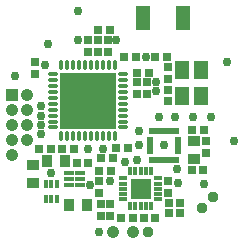
<source format=gts>
%FSAX44Y44*%
%MOMM*%
G71*
G01*
G75*
G04 Layer_Color=8388736*
%ADD10R,0.5000X0.6000*%
%ADD11R,0.6000X0.5000*%
%ADD12R,0.7000X0.9000*%
%ADD13R,0.3000X0.6000*%
%ADD14R,1.5500X1.5500*%
%ADD15R,0.6500X0.2000*%
%ADD16R,0.2000X0.6500*%
%ADD17R,0.9000X0.7000*%
%ADD18O,0.8000X0.2000*%
%ADD19O,0.2000X0.8000*%
%ADD20R,4.6000X4.6000*%
%ADD21R,1.0000X2.0000*%
%ADD22R,0.7112X0.2286*%
%ADD23R,1.1500X1.4000*%
%ADD24R,0.4500X0.3500*%
%ADD25R,0.3500X0.4500*%
%ADD26C,0.1500*%
%ADD27C,0.3000*%
%ADD28C,0.5000*%
%ADD29C,0.2000*%
%ADD30C,0.9000*%
%ADD31C,0.6000*%
%ADD32C,0.8000*%
%ADD33R,0.9000X0.9000*%
%ADD34C,0.2500*%
%ADD35C,0.1250*%
%ADD36R,0.6500X0.7500*%
%ADD37R,0.7500X0.6500*%
%ADD38R,0.8500X1.0500*%
%ADD39R,0.4500X0.7500*%
%ADD40R,1.7000X1.7000*%
%ADD41R,0.8000X0.3500*%
%ADD42R,0.3500X0.8000*%
%ADD43R,1.0500X0.8500*%
%ADD44O,0.9500X0.3500*%
%ADD45O,0.3500X0.9500*%
%ADD46R,4.7500X4.7500*%
%ADD47R,1.1500X2.1500*%
%ADD48R,0.9144X0.4318*%
%ADD49R,1.3000X1.5500*%
%ADD50R,0.6000X0.5000*%
%ADD51R,0.5000X0.6000*%
%ADD52C,1.0500*%
%ADD53C,0.7500*%
%ADD54C,0.9500*%
%ADD55R,1.0500X1.0500*%
D36*
X02927618Y02472028D02*
D03*
Y02462028D02*
D03*
X02986618Y02558278D02*
D03*
Y02568278D02*
D03*
X02960118Y02555528D02*
D03*
Y02545528D02*
D03*
X02929368Y02442278D02*
D03*
X02929368Y02452278D02*
D03*
X02935118Y02581028D02*
D03*
Y02591028D02*
D03*
X02926868Y02591028D02*
D03*
Y02581028D02*
D03*
X02937618Y02442278D02*
D03*
X02937618Y02452278D02*
D03*
X02986618Y02549278D02*
D03*
Y02539278D02*
D03*
X02968368Y02545528D02*
D03*
Y02555528D02*
D03*
X02918618Y02581028D02*
D03*
Y02591028D02*
D03*
X02873868Y02562528D02*
D03*
Y02572528D02*
D03*
X02986368Y02472028D02*
D03*
Y02462028D02*
D03*
X03018368Y02506028D02*
D03*
Y02496028D02*
D03*
D37*
X02908868Y02487278D02*
D03*
X02918868D02*
D03*
X02985618Y02576778D02*
D03*
X02975618D02*
D03*
X02996868Y02453278D02*
D03*
X02986868Y02453278D02*
D03*
X02996868Y02445028D02*
D03*
X02986868Y02445028D02*
D03*
X02936868Y02599778D02*
D03*
X02926868D02*
D03*
X03016368Y02481278D02*
D03*
X03006368D02*
D03*
X02929868Y02491028D02*
D03*
X02939868D02*
D03*
X02946618Y02440278D02*
D03*
X02956618D02*
D03*
X02938118Y02480778D02*
D03*
X02928118D02*
D03*
X02952618Y02499778D02*
D03*
X02942618D02*
D03*
X02959118Y02576778D02*
D03*
X02949118D02*
D03*
X02975618Y02440278D02*
D03*
X02965618D02*
D03*
X02887368Y02499278D02*
D03*
X02877368D02*
D03*
X02960118Y02563778D02*
D03*
X02970118D02*
D03*
X02906618Y02499278D02*
D03*
X02896618D02*
D03*
X03006618Y02514778D02*
D03*
X03016618D02*
D03*
D38*
X02917618Y02452028D02*
D03*
X02902618D02*
D03*
X02899118Y02489028D02*
D03*
X02884118D02*
D03*
D39*
X02892618Y02469778D02*
D03*
X02887618D02*
D03*
X02882618D02*
D03*
Y02456778D02*
D03*
X02887618D02*
D03*
X02892618D02*
D03*
D40*
X02963118Y02465278D02*
D03*
D41*
X02948368Y02456278D02*
D03*
Y02460778D02*
D03*
Y02465278D02*
D03*
Y02469778D02*
D03*
Y02474278D02*
D03*
X02977868D02*
D03*
Y02469778D02*
D03*
Y02465278D02*
D03*
Y02460778D02*
D03*
Y02456278D02*
D03*
D42*
X02954118Y02480028D02*
D03*
X02958618D02*
D03*
X02963118D02*
D03*
X02967618D02*
D03*
X02972118D02*
D03*
Y02450528D02*
D03*
X02967618D02*
D03*
X02963118D02*
D03*
X02958618D02*
D03*
X02954118D02*
D03*
D43*
X02871618Y02485278D02*
D03*
Y02470278D02*
D03*
X03008118Y02505528D02*
D03*
Y02490528D02*
D03*
D44*
X02948618Y02517278D02*
D03*
Y02522278D02*
D03*
Y02527278D02*
D03*
Y02532278D02*
D03*
Y02537278D02*
D03*
Y02542278D02*
D03*
Y02547278D02*
D03*
Y02552278D02*
D03*
Y02557278D02*
D03*
Y02562278D02*
D03*
X02888618D02*
D03*
Y02557278D02*
D03*
Y02552278D02*
D03*
Y02547278D02*
D03*
Y02542278D02*
D03*
Y02537278D02*
D03*
Y02532278D02*
D03*
Y02527278D02*
D03*
Y02522278D02*
D03*
Y02517278D02*
D03*
D45*
X02941118Y02569778D02*
D03*
X02936118D02*
D03*
X02931118D02*
D03*
X02926118D02*
D03*
X02921118D02*
D03*
X02916118D02*
D03*
X02911118D02*
D03*
X02906118D02*
D03*
X02901118D02*
D03*
X02896118D02*
D03*
Y02509778D02*
D03*
X02901118D02*
D03*
X02906118D02*
D03*
X02911118D02*
D03*
X02916118D02*
D03*
X02921118D02*
D03*
X02926118D02*
D03*
X02931118D02*
D03*
X02936118D02*
D03*
X02941118D02*
D03*
D46*
X02918618Y02539778D02*
D03*
D47*
X02965119Y02610029D02*
D03*
X02999119D02*
D03*
D48*
X02911567Y02468448D02*
D03*
Y02473528D02*
D03*
Y02478608D02*
D03*
X02902169D02*
D03*
Y02473528D02*
D03*
Y02468448D02*
D03*
D49*
X03013868Y02543528D02*
D03*
Y02565528D02*
D03*
X02997868D02*
D03*
X02997868Y02543528D02*
D03*
D50*
X02970868Y02507028D02*
D03*
Y02502028D02*
D03*
Y02497028D02*
D03*
X02994868D02*
D03*
Y02502028D02*
D03*
Y02507028D02*
D03*
D51*
X02972868Y02490028D02*
D03*
X02977868D02*
D03*
X02982868D02*
D03*
X02987868D02*
D03*
X02992868D02*
D03*
X02992868Y02514028D02*
D03*
X02987868D02*
D03*
X02982868D02*
D03*
X02977868D02*
D03*
X02972868D02*
D03*
D52*
X02939718Y02428778D02*
D03*
X02956518D02*
D03*
X02866968Y02506478D02*
D03*
X02854268Y02531878D02*
D03*
X02854268Y02519178D02*
D03*
X02854268Y02506478D02*
D03*
X02866968Y02544578D02*
D03*
X02866968Y02531878D02*
D03*
X02866968Y02519178D02*
D03*
X02854268Y02493778D02*
D03*
D53*
X03000368Y02546028D02*
D03*
X02899118Y02489028D02*
D03*
X03011368Y02563028D02*
D03*
X02982868Y02502028D02*
D03*
X03008118Y02490528D02*
D03*
X02994618Y02470028D02*
D03*
X02994368Y02481778D02*
D03*
X02927868Y02428778D02*
D03*
X03007371Y02526528D02*
D03*
X02961368Y02514028D02*
D03*
X02992368Y02526028D02*
D03*
X02961368Y02502028D02*
D03*
X02978618Y02526278D02*
D03*
X02960369Y02490026D02*
D03*
X02949868Y02487778D02*
D03*
X02910368Y02616278D02*
D03*
X03035868Y02572278D02*
D03*
X03016868Y02469028D02*
D03*
X02917618Y02452028D02*
D03*
X03022368Y02526528D02*
D03*
X02917368Y02527278D02*
D03*
X02976368Y02556028D02*
D03*
X02963118Y02465278D02*
D03*
X02976368Y02547778D02*
D03*
X02967368Y02576778D02*
D03*
X02936868Y02472278D02*
D03*
X02931118Y02499278D02*
D03*
X02918368D02*
D03*
X03008118Y02505528D02*
D03*
X02884118Y02489028D02*
D03*
X02910368Y02591278D02*
D03*
X02942368D02*
D03*
X02879118Y02535028D02*
D03*
X02919868Y02468528D02*
D03*
X02887618Y02479028D02*
D03*
X02871618Y02485278D02*
D03*
X02902618Y02452028D02*
D03*
X02917368Y02552278D02*
D03*
X03042118Y02506028D02*
D03*
X02885115Y02587526D02*
D03*
X02879118Y02527278D02*
D03*
Y02511778D02*
D03*
Y02519528D02*
D03*
X02882118Y02570528D02*
D03*
X02856868Y02560778D02*
D03*
D54*
X03015128Y02449288D02*
D03*
X03024108Y02458268D02*
D03*
X02969218Y02428778D02*
D03*
D55*
X02854268Y02544578D02*
D03*
M02*

</source>
